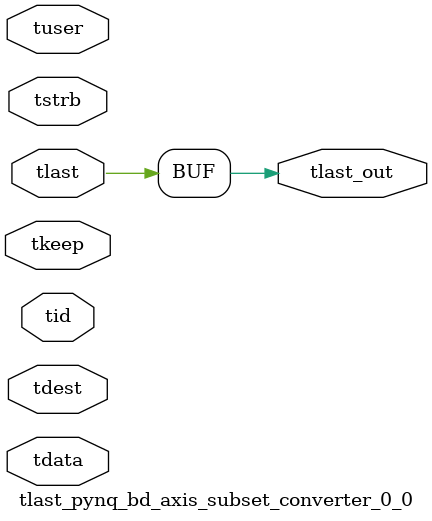
<source format=v>


`timescale 1ps/1ps

module tlast_pynq_bd_axis_subset_converter_0_0 #
(
parameter C_S_AXIS_TID_WIDTH   = 1,
parameter C_S_AXIS_TUSER_WIDTH = 0,
parameter C_S_AXIS_TDATA_WIDTH = 0,
parameter C_S_AXIS_TDEST_WIDTH = 0
)
(
input  [(C_S_AXIS_TID_WIDTH   == 0 ? 1 : C_S_AXIS_TID_WIDTH)-1:0       ] tid,
input  [(C_S_AXIS_TDATA_WIDTH == 0 ? 1 : C_S_AXIS_TDATA_WIDTH)-1:0     ] tdata,
input  [(C_S_AXIS_TUSER_WIDTH == 0 ? 1 : C_S_AXIS_TUSER_WIDTH)-1:0     ] tuser,
input  [(C_S_AXIS_TDEST_WIDTH == 0 ? 1 : C_S_AXIS_TDEST_WIDTH)-1:0     ] tdest,
input  [(C_S_AXIS_TDATA_WIDTH/8)-1:0 ] tkeep,
input  [(C_S_AXIS_TDATA_WIDTH/8)-1:0 ] tstrb,
input  [0:0]                                                             tlast,
output                                                                   tlast_out
);

assign tlast_out = {tlast};

endmodule


</source>
